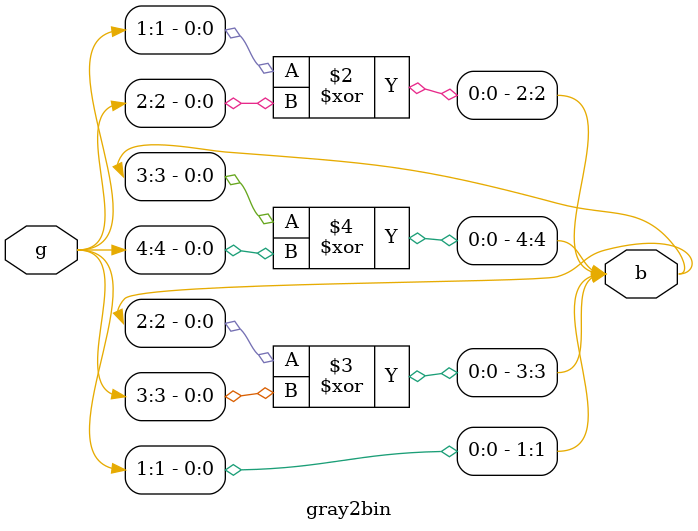
<source format=v>
module gray2bin(g,b);
input [1:4]g;
output reg [1:4]b;

always @(g)
begin
b[1]=g[1];
b[2]=b[1]^g[2];
b[3]=b[2]^g[3];
b[4]=b[3]^g[4];
end
endmodule

</source>
